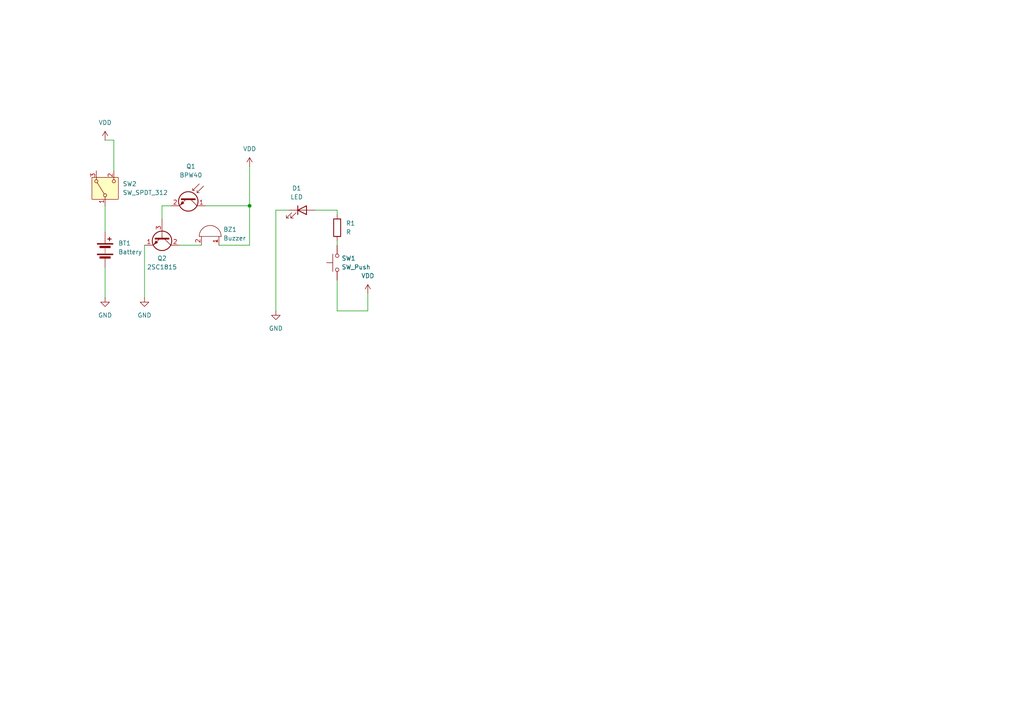
<source format=kicad_sch>
(kicad_sch (version 20231120) (generator "eeschema") (generator_version "8.0")
  (paper "A4")
  (lib_symbols
    (symbol "Device:Battery" (pin_numbers hide) (pin_names (offset 0) hide)
      (property "Reference" "BT" (at 2.54 2.54 0))
      (property "Value" "Battery" (at 2.54 0 0))
      (symbol "Battery_0_1"
        (rectangle (start -2.286 -1.27) (end 2.286 -1.524) (fill (type outline)))
        (rectangle (start -2.286 1.778) (end 2.286 1.524) (fill (type outline)))
        (rectangle (start -1.524 -2.032) (end 1.524 -2.54) (fill (type outline)))
        (rectangle (start -1.524 1.016) (end 1.524 0.508) (fill (type outline)))
        (polyline (pts (xy 0 -1.016) (xy 0 -0.762)))
        (polyline (pts (xy 0 -0.508) (xy 0 -0.254)))
        (polyline (pts (xy 0 0) (xy 0 0.254)))
        (polyline (pts (xy 0 1.778) (xy 0 2.54)))
        (polyline (pts (xy 0.762 3.048) (xy 1.778 3.048)) (stroke (width 0.254)))
        (polyline (pts (xy 1.27 3.556) (xy 1.27 2.54)) (stroke (width 0.254)))
      )
      (symbol "Battery_1_1"
        (pin passive line (at 0 5.08 270) (length 2.54) (name "+") (number "1"))
        (pin passive line (at 0 -5.08 90) (length 2.54) (name "-") (number "2"))
      )
    )
    (symbol "Device:Buzzer" (pin_names (offset 0.0254) hide)
      (property "Reference" "BZ" (at 3.81 1.27 0))
      (property "Value" "Buzzer" (at 3.81 -1.27 0))
      (symbol "Buzzer_0_1"
        (arc (start 0 -3.175) (mid 3.1612 0) (end 0 3.175))
        (polyline (pts (xy -1.651 1.905) (xy -1.143 1.905)))
        (polyline (pts (xy -1.397 2.159) (xy -1.397 1.651)))
        (polyline (pts (xy 0 3.175) (xy 0 -3.175)))
      )
      (symbol "Buzzer_1_1"
        (pin passive line (at -2.54 2.54 0) (length 2.54) (name "+") (number "1"))
        (pin passive line (at -2.54 -2.54 0) (length 2.54) (name "-") (number "2"))
      )
    )
    (symbol "Device:LED" (pin_numbers hide) (pin_names (offset 1.016) hide)
      (property "Reference" "D" (at 0 2.54 0))
      (property "Value" "LED" (at 0 -2.54 0))
      (symbol "LED_0_1"
        (polyline (pts (xy -1.27 -1.27) (xy -1.27 1.27)) (stroke (width 0.254)))
        (polyline (pts (xy -1.27 0) (xy 1.27 0)))
        (polyline (pts (xy 1.27 -1.27) (xy 1.27 1.27) (xy -1.27 0) (xy 1.27 -1.27)) (stroke (width 0.254)))
        (polyline (pts (xy -3.048 -0.762) (xy -4.572 -2.286) (xy -3.81 -2.286) (xy -4.572 -2.286) (xy -4.572 -1.524)))
        (polyline (pts (xy -1.778 -0.762) (xy -3.302 -2.286) (xy -2.54 -2.286) (xy -3.302 -2.286) (xy -3.302 -1.524)))
      )
      (symbol "LED_1_1"
        (pin passive line (at -3.81 0 0) (length 2.54) (name "K") (number "1"))
        (pin passive line (at 3.81 0 180) (length 2.54) (name "A") (number "2"))
      )
    )
    (symbol "Device:R" (pin_numbers hide) (pin_names (offset 0))
      (property "Reference" "R" (at 2.032 0 90))
      (property "Value" "R" (at 0 0 90))
      (symbol "R_0_1"
        (rectangle (start -1.016 -2.54) (end 1.016 2.54) (stroke (width 0.254)))
      )
      (symbol "R_1_1"
        (pin passive line (at 0 3.81 270) (length 1.27) (name "~") (number "1"))
        (pin passive line (at 0 -3.81 90) (length 1.27) (name "~") (number "2"))
      )
    )
    (symbol "Sensor_Optical:BPW40" (pin_names (offset 0) hide)
      (property "Reference" "Q" (at 5.08 1.27 0))
      (property "Value" "BPW40" (at 5.08 -1.27 0))
      (symbol "BPW40_0_1"
        (polyline (pts (xy -1.905 1.27) (xy -2.54 1.27)))
        (polyline (pts (xy -1.27 2.54) (xy -1.905 2.54)))
        (polyline (pts (xy 0.635 0.635) (xy 2.54 2.54)))
        (polyline (pts (xy -3.81 3.175) (xy -1.905 1.27) (xy -1.905 1.905)))
        (polyline (pts (xy -3.175 4.445) (xy -1.27 2.54) (xy -1.27 3.175)))
        (polyline (pts (xy 0.635 -0.635) (xy 2.54 -2.54) (xy 2.54 -2.54)))
        (polyline (pts (xy 0.635 1.905) (xy 0.635 -1.905) (xy 0.635 -1.905)) (stroke (width 0.508)))
        (polyline (pts (xy 1.27 -1.778) (xy 1.778 -1.27) (xy 2.286 -2.286) (xy 1.27 -1.778) (xy 1.27 -1.778)) (fill (type outline)))
        (circle (center 1.27 0) (radius 2.8194) (stroke (width 0.254)))
      )
      (symbol "BPW40_1_1"
        (pin passive line (at 2.54 5.08 270) (length 2.54) (name "C") (number "1"))
        (pin passive line (at 2.54 -5.08 90) (length 2.54) (name "E") (number "2"))
      )
    )
    (symbol "Switch:SW_Push" (pin_numbers hide) (pin_names (offset 1.016) hide)
      (property "Reference" "SW" (at 1.27 2.54 0))
      (property "Value" "SW_Push" (at 0 -1.524 0))
      (symbol "SW_Push_0_1"
        (circle (center -2.032 0) (radius 0.508))
        (polyline (pts (xy 0 1.27) (xy 0 3.048)))
        (polyline (pts (xy 2.54 1.27) (xy -2.54 1.27)))
        (circle (center 2.032 0) (radius 0.508))
        (pin passive line (at -5.08 0 0) (length 2.54) (name "1") (number "1"))
        (pin passive line (at 5.08 0 180) (length 2.54) (name "2") (number "2"))
      )
    )
    (symbol "Switch:SW_SPDT_312" (pin_names (offset 1) hide)
      (property "Reference" "SW" (at 0 5.08 0))
      (property "Value" "SW_SPDT_312" (at 0 -5.08 0))
      (symbol "SW_SPDT_312_0_1"
        (circle (center -2.032 0) (radius 0.4572))
        (polyline (pts (xy -1.651 0.254) (xy 1.651 2.286)))
        (circle (center 2.032 -2.54) (radius 0.4572))
        (circle (center 2.032 2.54) (radius 0.4572))
      )
      (symbol "SW_SPDT_312_1_1"
        (rectangle (start -3.175 3.81) (end 3.175 -3.81) (fill (type background)))
        (pin passive line (at -5.08 0 0) (length 2.54) (name "B") (number "1"))
        (pin passive line (at 5.08 -2.54 180) (length 2.54) (name "C") (number "2"))
        (pin passive line (at 5.08 2.54 180) (length 2.54) (name "A") (number "3"))
      )
    )
    (symbol "Transistor_BJT:2SC1815" (pin_names (offset 0) hide)
      (property "Reference" "Q" (at 5.08 1.905 0))
      (property "Value" "2SC1815" (at 5.08 0 0))
      (symbol "2SC1815_0_1"
        (polyline (pts (xy 0 0) (xy 0.508 0)))
        (polyline (pts (xy 0.635 0.635) (xy 2.54 2.54)))
        (polyline (pts (xy 0.635 -0.635) (xy 2.54 -2.54) (xy 2.54 -2.54)))
        (polyline (pts (xy 0.635 1.905) (xy 0.635 -1.905) (xy 0.635 -1.905)) (stroke (width 0.508)))
        (polyline (pts (xy 1.27 -1.778) (xy 1.778 -1.27) (xy 2.286 -2.286) (xy 1.27 -1.778) (xy 1.27 -1.778)) (fill (type outline)))
        (circle (center 1.27 0) (radius 2.8194) (stroke (width 0.254)))
      )
      (symbol "2SC1815_1_1"
        (pin passive line (at 2.54 -5.08 90) (length 2.54) (name "E") (number "1"))
        (pin passive line (at 2.54 5.08 270) (length 2.54) (name "C") (number "2"))
        (pin input line (at -5.08 0 0) (length 5.08) (name "B") (number "3"))
      )
    )
    (symbol "power:GND" (power) (pin_numbers hide) (pin_names (offset 0) hide)
      (property "Value" "GND" (at 0 -3.81 0))
      (symbol "GND_0_1"
        (polyline (pts (xy 0 0) (xy 0 -1.27) (xy 1.27 -1.27) (xy 0 -2.54) (xy -1.27 -1.27) (xy 0 -1.27)))
      )
      (symbol "GND_1_1"
        (pin power_in line (at 0 0 270) (length 0) (name "~") (number "1"))
      )
    )
    (symbol "power:VDD" (power) (pin_numbers hide) (pin_names (offset 0) hide)
      (property "Value" "VDD" (at 0 3.556 0))
      (symbol "VDD_0_1"
        (polyline (pts (xy -0.762 1.27) (xy 0 2.54)))
        (polyline (pts (xy 0 0) (xy 0 2.54)))
        (polyline (pts (xy 0 2.54) (xy 0.762 1.27)))
      )
      (symbol "VDD_1_1"
        (pin power_in line (at 0 0 90) (length 0) (name "~") (number "1"))
      )
    )
  )
  (junction (at 72.39 59.69))
  (wire (pts (xy 72.39 48.26) (xy 72.39 59.69)))
  (wire (pts (xy 106.68 85.09) (xy 106.68 90.17)))
  (wire (pts (xy 46.99 59.69) (xy 49.53 59.69)))
  (wire (pts (xy 46.99 63.5) (xy 46.99 59.69)))
  (wire (pts (xy 30.48 77.47) (xy 30.48 86.36)))
  (wire (pts (xy 91.44 60.96) (xy 97.79 60.96)))
  (wire (pts (xy 33.02 49.53) (xy 33.02 40.64)))
  (wire (pts (xy 97.79 81.28) (xy 97.79 90.17)))
  (wire (pts (xy 52.07 71.12) (xy 58.42 71.12)))
  (wire (pts (xy 80.01 60.96) (xy 80.01 90.17)))
  (wire (pts (xy 97.79 60.96) (xy 97.79 62.23)))
  (wire (pts (xy 41.91 71.12) (xy 41.91 86.36)))
  (wire (pts (xy 63.5 71.12) (xy 72.39 71.12)))
  (wire (pts (xy 97.79 90.17) (xy 106.68 90.17)))
  (wire (pts (xy 30.48 59.69) (xy 30.48 67.31)))
  (wire (pts (xy 72.39 59.69) (xy 72.39 71.12)))
  (wire (pts (xy 80.01 60.96) (xy 83.82 60.96)))
  (wire (pts (xy 59.69 59.69) (xy 72.39 59.69)))
  (wire (pts (xy 97.79 69.85) (xy 97.79 71.12)))
  (wire (pts (xy 33.02 40.64) (xy 30.48 40.64)))
  (symbol (lib_id "Device:LED") (at 87.63 60.96 0) (unit 1)
    (property "Reference" "D1" (at 86.0425 54.61 0))
    (property "Value" "LED" (at 86.0425 57.15 0))
    (property "Footprint" "LED_THT:LED_D3.0mm" (effects (hide yes)))
    (property "Description" "Light emitting diode" (effects (hide yes)))
  )
  (symbol (lib_id "power:GND") (at 41.91 86.36 0) (unit 1)
    (property "Reference" "#PWR06" (effects (hide yes)))
    (property "Value" "GND" (at 41.91 91.44 0))
    (property "Description" "Power symbol creates a global label with name \"GND\" , ground" (effects (hide yes)))
  )
  (symbol (lib_id "power:VDD") (at 30.48 40.64 0) (unit 1)
    (property "Reference" "#PWR01" (effects (hide yes)))
    (property "Value" "VDD" (at 30.48 35.56 0))
    (property "Description" "Power symbol creates a global label with name \"VDD\"" (effects (hide yes)))
  )
  (symbol (lib_id "Sensor_Optical:BPW40") (at 54.61 57.15 270) (unit 1)
    (property "Reference" "Q1" (at 55.3593 48.26 90))
    (property "Value" "BPW40" (at 55.3593 50.8 90))
    (property "Footprint" "LED_THT:LED_D3.0mm" (effects (hide yes)))
    (property "Datasheet" "https://www.rcscomponents.kiev.ua/datasheets/bpw40.pdf" (effects (hide yes)))
    (property "Description" "Phototransistor NPN" (effects (hide yes)))
  )
  (symbol (lib_id "power:GND") (at 30.48 86.36 0) (unit 1)
    (property "Reference" "#PWR02" (effects (hide yes)))
    (property "Value" "GND" (at 30.48 91.44 0))
    (property "Description" "Power symbol creates a global label with name \"GND\" , ground" (effects (hide yes)))
  )
  (symbol (lib_id "power:GND") (at 80.01 90.17 0) (unit 1)
    (property "Reference" "#PWR03" (effects (hide yes)))
    (property "Value" "GND" (at 80.01 95.25 0))
    (property "Description" "Power symbol creates a global label with name \"GND\" , ground" (effects (hide yes)))
  )
  (symbol (lib_id "power:VDD") (at 72.39 48.26 0) (unit 1)
    (property "Reference" "#PWR05" (effects (hide yes)))
    (property "Value" "VDD" (at 72.39 43.18 0))
    (property "Description" "Power symbol creates a global label with name \"VDD\"" (effects (hide yes)))
  )
  (symbol (lib_id "Switch:SW_SPDT_312") (at 30.48 54.61 90) (unit 1)
    (property "Reference" "SW2" (at 35.56 53.3399 90) (effects (justify right)))
    (property "Value" "SW_SPDT_312" (at 35.56 55.8799 90) (effects (justify right)))
    (property "Footprint" "Button_Switch_THT:SW_Slide-03_Wuerth-WS-SLTV_10x2.5x6.4_P2.54mm" (effects (hide yes)))
    (property "Description" "Switch, single pole double throw" (effects (hide yes)))
  )
  (symbol (lib_id "power:VDD") (at 106.68 85.09 0) (unit 1)
    (property "Reference" "#PWR04" (effects (hide yes)))
    (property "Value" "VDD" (at 106.68 80.01 0))
    (property "Description" "Power symbol creates a global label with name \"VDD\"" (effects (hide yes)))
  )
  (symbol (lib_id "Device:Battery") (at 30.48 72.39 0) (unit 1)
    (property "Reference" "BT1" (at 34.29 70.5484 0) (effects (justify left)))
    (property "Value" "Battery" (at 34.29 73.0884 0) (effects (justify left)))
    (property "Footprint" "Library:cr2032_akizuki" (effects (hide yes)))
    (property "Description" "Multiple-cell battery" (effects (hide yes)))
  )
  (symbol (lib_id "Switch:SW_Push") (at 97.79 76.2 90) (unit 1)
    (property "Reference" "SW1" (at 99.06 74.9299 90) (effects (justify right)))
    (property "Value" "SW_Push" (at 99.06 77.4699 90) (effects (justify right)))
    (property "Footprint" "Button_Switch_THT:SW_PUSH-12mm" (effects (hide yes)))
    (property "Description" "Push button switch, generic, two pins" (effects (hide yes)))
  )
  (symbol (lib_id "Device:Buzzer") (at 60.96 68.58 270) (mirror x) (unit 1)
    (property "Reference" "BZ1" (at 64.77 66.5548 90) (effects (justify left)))
    (property "Value" "Buzzer" (at 64.77 69.0948 90) (effects (justify left)))
    (property "Footprint" "Buzzer_Beeper:Buzzer_12x9.5RM7.6" (effects (hide yes)))
    (property "Description" "Buzzer, polarized" (effects (hide yes)))
  )
  (symbol (lib_id "Transistor_BJT:2SC1815") (at 46.99 68.58 270) (unit 1)
    (property "Reference" "Q2" (at 46.99 74.93 90))
    (property "Value" "2SC1815" (at 46.99 77.47 90))
    (property "Footprint" "Package_TO_SOT_THT:TO-92_Inline_Wide" (effects (hide yes)))
    (property "Datasheet" "https://media.digikey.com/pdf/Data%20Sheets/Toshiba%20PDFs/2SC1815.pdf" (effects (hide yes)))
    (property "Description" "0.15A Ic, 50V Vce, Low Noise Audio NPN Transistor, TO-92" (effects (hide yes)))
  )
  (symbol (lib_id "Device:R") (at 97.79 66.04 0) (unit 1)
    (property "Reference" "R1" (at 100.33 64.7699 0) (effects (justify left)))
    (property "Value" "R" (at 100.33 67.3099 0) (effects (justify left)))
    (property "Footprint" "Resistor_THT:R_Axial_DIN0207_L6.3mm_D2.5mm_P10.16mm_Horizontal" (effects (hide yes)))
    (property "Description" "Resistor" (effects (hide yes)))
  )
)
</source>
